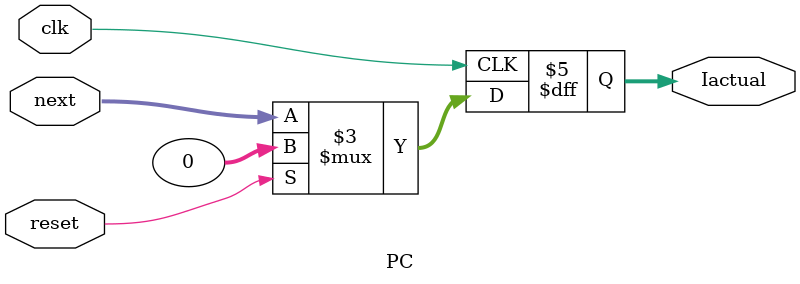
<source format=v>
module PC(
    input clk,
    input reset,
    input [31:0] next,
    output reg [31:0] Iactual  
);

always @(posedge clk) begin
    if (reset) begin
        Iactual <= 32'd0;
    end
    else begin
        Iactual <= next;
    end
end

endmodule
</source>
